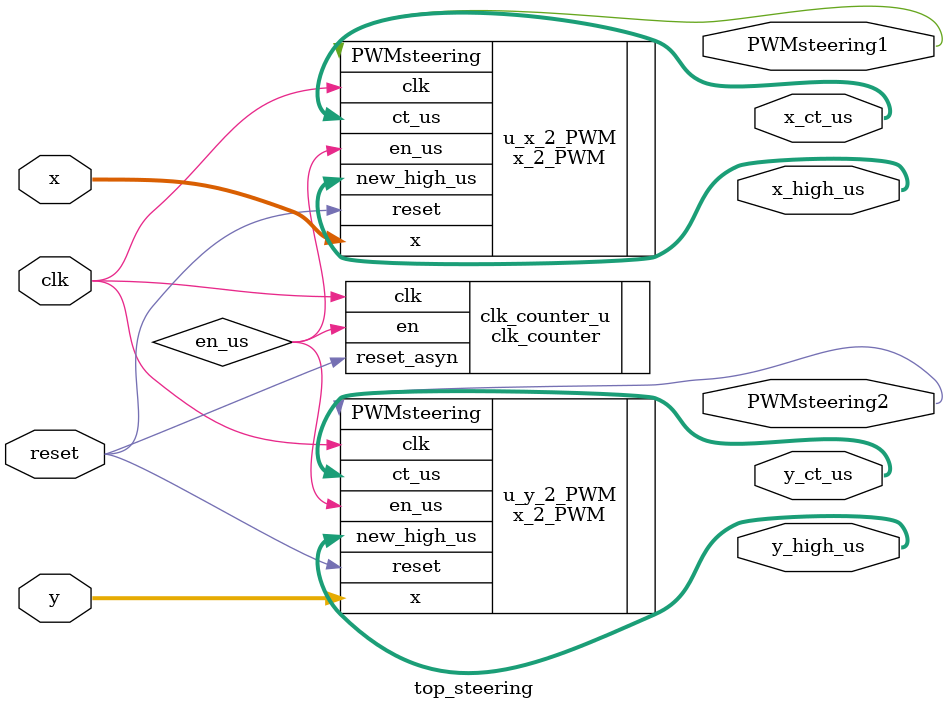
<source format=v>

module top_steering (
        clk,reset,x,y,PWMsteering1,PWMsteering2,
x_high_us,y_high_us,x_ct_us,y_ct_us


    );


        output [14:0]x_high_us;
        output [14:0]y_high_us;
        
        output [14:0]x_ct_us;
        output [14:0]y_ct_us;


parameter CLK_DIVIDOR = 1000/20;//1us/20ns
    // x_2_PWM Parameters
    parameter UPDATE_INTERVAL_in_us  = 20_000;
    parameter W                      = 1024   ;
    parameter H                      = 768    ;
    parameter xGoal                  = W/2   ;
    parameter yGoal                  = H/2   ;
    parameter THRESHOLD              = 2     ;
    parameter INITIAL_degree1         = 90    ;
    parameter INITIAL_degree2         = 90    ;
    parameter MAX_alpha = 180;
    parameter MIN_alpha = 0;
    localparam WIDTH_x =11;
    localparam WIDTH_y =11;

    // x_2_PWM Inputs
    input   clk                                  ;
    input   reset                                ;
    input     [WIDTH_x-1:0]  x                     ;
    input   [WIDTH_y-1:0]  y                     ;
    output wire PWMsteering1;
    output wire PWMsteering2;
    // x_2_PWM Outputs


    wire   en_us                                ;



    //clk 2 en_us

    clk_counter  //每计满num_clk_in_1_interval个，en就维持1个clk时长的高电平
                 #(
                      .num_clk_in_1_interval(CLK_DIVIDOR)//1us/20ns
                   
                 )
                 clk_counter_u
                 (
                     .clk(clk),
                     .reset_asyn(reset) ,
                     .en(en_us)
                 );






    x_2_PWM #(
                .UPDATE_INTERVAL_in_us ( UPDATE_INTERVAL_in_us ),
                .W                     ( W                     ),
                .xGoal                 ( xGoal                 ),
                .THRESHOLD             ( THRESHOLD             ),
                .INITIAL_degree        ( INITIAL_degree1        ),
                .MAX_alpha           ( MAX_alpha           ),
                .MIN_alpha           ( MIN_alpha           )
            )
            u_x_2_PWM (
                .clk                     ( clk                        ),
                .reset                   ( reset                      ),
                .en_us                   ( en_us                      ),
                .x                       ( x            [WIDTH_x-1:0] ),

                .PWMsteering             ( PWMsteering1                ),
                .new_high_us                 (x_high_us),
                .ct_us                   (x_ct_us)
            );

    x_2_PWM #(
                .UPDATE_INTERVAL_in_us ( UPDATE_INTERVAL_in_us ),
                .W                     ( H                     ),
                .xGoal                 ( yGoal                 ),
                .THRESHOLD             ( THRESHOLD             ),
                .INITIAL_degree        ( INITIAL_degree2        ),
                .MAX_alpha           ( MAX_alpha           ),
                .MIN_alpha           ( MIN_alpha           ))
            u_y_2_PWM (
                .clk                     ( clk                        ),
                .reset                   ( reset                      ),
                .en_us                   ( en_us                      ),
                .x                       ( y            [WIDTH_y-1:0] ),

                .PWMsteering             ( PWMsteering2                ),
                .new_high_us                 (y_high_us),
                .ct_us                   (y_ct_us)
            );
endmodule

</source>
